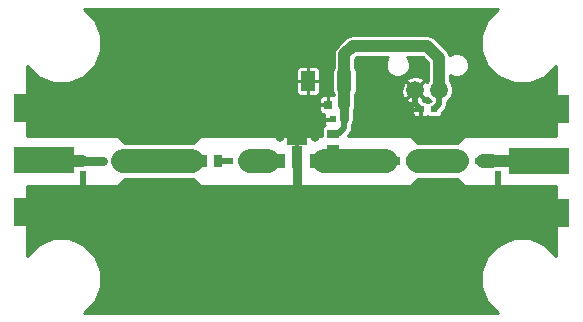
<source format=gtl>
G04 #@! TF.FileFunction,Copper,L1,Top,Signal*
%FSLAX46Y46*%
G04 Gerber Fmt 4.6, Leading zero omitted, Abs format (unit mm)*
G04 Created by KiCad (PCBNEW 0.201505031001+5637~23~ubuntu14.04.1-product) date Sun 24 May 2015 16:44:14 BST*
%MOMM*%
G01*
G04 APERTURE LIST*
%ADD10C,0.100000*%
%ADD11R,0.600000X0.600000*%
%ADD12R,0.700000X0.800000*%
%ADD13R,1.200000X1.700000*%
%ADD14R,0.500000X0.600000*%
%ADD15R,0.640000X1.020000*%
%ADD16R,1.020000X0.640000*%
%ADD17R,0.360000X0.660000*%
%ADD18C,1.500000*%
%ADD19R,0.600000X0.500000*%
%ADD20R,5.080000X2.286000*%
%ADD21R,5.080000X2.413000*%
%ADD22R,0.900000X1.900000*%
%ADD23R,0.900000X1.300000*%
%ADD24R,1.800000X3.500000*%
%ADD25C,0.300000*%
%ADD26C,0.800000*%
%ADD27C,2.000000*%
%ADD28C,0.500000*%
%ADD29C,0.300000*%
%ADD30C,1.000000*%
%ADD31C,0.800000*%
%ADD32C,1.200000*%
%ADD33C,0.250000*%
G04 APERTURE END LIST*
D10*
D11*
X123550000Y-87010000D03*
X122550000Y-87010000D03*
X127310000Y-88690000D03*
X127310000Y-87690000D03*
X143000000Y-83500000D03*
X142000000Y-83500000D03*
D12*
X143000000Y-82250000D03*
X141600000Y-82250000D03*
D11*
X151180000Y-88700000D03*
X151180000Y-87700000D03*
D13*
X143000000Y-80250000D03*
X139900000Y-80250000D03*
D11*
X153300000Y-87000000D03*
X154300000Y-87000000D03*
D14*
X120890000Y-87010000D03*
X120890000Y-88110000D03*
X156000000Y-87000000D03*
X156000000Y-88100000D03*
D15*
X132290000Y-87000000D03*
X131010000Y-87000000D03*
D16*
X142000000Y-86000000D03*
X142000000Y-84720000D03*
D17*
X148360000Y-87000000D03*
X147540000Y-87000000D03*
D18*
X149000000Y-81000000D03*
X151000000Y-81000000D03*
D19*
X134450000Y-87000000D03*
X133350000Y-87000000D03*
X150550000Y-82650000D03*
X149450000Y-82650000D03*
D20*
X159460000Y-87010000D03*
D21*
X159460000Y-82628500D03*
X159460000Y-91391500D03*
D20*
X117550000Y-86950000D03*
D21*
X117550000Y-91331500D03*
X117550000Y-82568500D03*
D22*
X139000000Y-86700000D03*
D23*
X137500000Y-87000000D03*
X140500000Y-87000000D03*
D24*
X139000000Y-84000000D03*
D25*
X139000000Y-86700000D03*
X139000000Y-87300000D03*
X139000000Y-86100000D03*
X139000000Y-85500000D03*
X139000000Y-84900000D03*
X139000000Y-84300000D03*
X139000000Y-83700000D03*
X139000000Y-83100000D03*
X139000000Y-82500000D03*
X139500000Y-85500000D03*
X139500000Y-84900000D03*
X139500000Y-84300000D03*
X139500000Y-83700000D03*
X139500000Y-83100000D03*
X138500000Y-83100000D03*
X138500000Y-83700000D03*
X138500000Y-84300000D03*
X138500000Y-84900000D03*
X138500000Y-85500000D03*
X138500000Y-82500000D03*
X139500000Y-82500000D03*
D26*
X140500000Y-83000000D03*
X137500000Y-83000000D03*
X138500000Y-82000000D03*
X155000000Y-82500000D03*
X145000000Y-82500000D03*
X137500000Y-84000000D03*
X140500000Y-84000000D03*
X137500000Y-82000000D03*
X140500000Y-82000000D03*
X139500000Y-82000000D03*
X137500000Y-85000000D03*
X140500000Y-85000000D03*
X118000000Y-90000000D03*
X120000000Y-90000000D03*
X122000000Y-90000000D03*
X124000000Y-90000000D03*
X126000000Y-90000000D03*
X128000000Y-90000000D03*
X130000000Y-90000000D03*
X132000000Y-90000000D03*
X134000000Y-90000000D03*
X136000000Y-90000000D03*
X138000000Y-90000000D03*
X140000000Y-90000000D03*
X142000000Y-90000000D03*
X144000000Y-90000000D03*
X146000000Y-90000000D03*
X148000000Y-90000000D03*
X150000000Y-90000000D03*
X152000000Y-90000000D03*
X154000000Y-90000000D03*
X156000000Y-90000000D03*
X158000000Y-90000000D03*
X160000000Y-90000000D03*
X136000000Y-84000000D03*
X134000000Y-84000000D03*
X132000000Y-84000000D03*
X130000000Y-84000000D03*
X128000000Y-84000000D03*
X126000000Y-84000000D03*
X124000000Y-84000000D03*
X122000000Y-84000000D03*
X120000000Y-84000000D03*
X118000000Y-84000000D03*
X144000000Y-84000000D03*
X146000000Y-84000000D03*
X148000000Y-84000000D03*
X150000000Y-84000000D03*
X152000000Y-84000000D03*
X154000000Y-84000000D03*
X156000000Y-84000000D03*
X158000000Y-84000000D03*
X160000000Y-84000000D03*
X122500000Y-82500000D03*
X127500000Y-82500000D03*
X132500000Y-82500000D03*
X132500000Y-77500000D03*
X127500000Y-77500000D03*
X122500000Y-92500000D03*
X127500000Y-92500000D03*
X132500000Y-92500000D03*
X137500000Y-92500000D03*
X142500000Y-92500000D03*
X147500000Y-92500000D03*
X152500000Y-92500000D03*
X127500000Y-97500000D03*
X132500000Y-97500000D03*
X137500000Y-97500000D03*
X142500000Y-97500000D03*
X147500000Y-97500000D03*
X152500000Y-97500000D03*
X137500000Y-77500000D03*
X154000000Y-77500000D03*
D27*
X124290000Y-87010000D02*
X124300000Y-87000000D01*
X127300000Y-87000000D02*
X129500000Y-87000000D01*
X124300000Y-87000000D02*
X127300000Y-87000000D01*
X129500000Y-87000000D02*
X129700000Y-87000000D01*
X129700000Y-87000000D02*
X129900000Y-87000000D01*
X129900000Y-87000000D02*
X130000000Y-87000000D01*
X130000000Y-87000000D02*
X130100000Y-87000000D01*
D28*
X130100000Y-87000000D02*
X131010000Y-87000000D01*
D29*
X123550000Y-87010000D02*
X124290000Y-87010000D01*
D28*
X127300000Y-87500000D02*
X127300000Y-87000000D01*
D30*
X117320000Y-87010000D02*
X120750000Y-87010000D01*
D31*
X120750000Y-87010000D02*
X122550000Y-87010000D01*
D29*
X139500000Y-84000000D02*
X140500000Y-83000000D01*
X137500000Y-83000000D02*
X138500000Y-84000000D01*
X138500000Y-82000000D02*
X139000000Y-82500000D01*
D28*
X159460000Y-82628500D02*
X155128500Y-82628500D01*
X155128500Y-82628500D02*
X155000000Y-82500000D01*
X145000000Y-84000000D02*
X145000000Y-82500000D01*
D29*
X139000000Y-86700000D02*
X139000000Y-84000000D01*
X139000000Y-84000000D02*
X137500000Y-84000000D01*
X139000000Y-84000000D02*
X140500000Y-84000000D01*
X139000000Y-83500000D02*
X137500000Y-82000000D01*
X139000000Y-83500000D02*
X140500000Y-82000000D01*
X139000000Y-84000000D02*
X139000000Y-83500000D01*
X139000000Y-82500000D02*
X139500000Y-82000000D01*
X139000000Y-84000000D02*
X139000000Y-82500000D01*
X138500000Y-84000000D02*
X137500000Y-85000000D01*
X139000000Y-84000000D02*
X138500000Y-84000000D01*
X139500000Y-84000000D02*
X140500000Y-85000000D01*
X139000000Y-84000000D02*
X139500000Y-84000000D01*
D28*
X120890000Y-91010000D02*
X120568500Y-91331500D01*
X120568500Y-91331500D02*
X117550000Y-91331500D01*
X120890000Y-88110000D02*
X120890000Y-91010000D01*
X156000000Y-90950000D02*
X156441500Y-91391500D01*
X156441500Y-91391500D02*
X159460000Y-91391500D01*
X156000000Y-88100000D02*
X156000000Y-90950000D01*
X149000000Y-82200000D02*
X149450000Y-82650000D01*
X149000000Y-81000000D02*
X149000000Y-82200000D01*
D31*
X139000000Y-86700000D02*
X139000000Y-89700000D01*
D28*
X159460000Y-90540000D02*
X159460000Y-91391500D01*
X120000000Y-90000000D02*
X122000000Y-90000000D01*
X124000000Y-90000000D02*
X126000000Y-90000000D01*
X128000000Y-90000000D02*
X130000000Y-90000000D01*
X132000000Y-90000000D02*
X134000000Y-90000000D01*
X136000000Y-90000000D02*
X138000000Y-90000000D01*
X140000000Y-90000000D02*
X142000000Y-90000000D01*
X144000000Y-90000000D02*
X146000000Y-90000000D01*
X148000000Y-90000000D02*
X150000000Y-90000000D01*
X152000000Y-90000000D02*
X154000000Y-90000000D01*
X156000000Y-90000000D02*
X158000000Y-90000000D01*
X160000000Y-90000000D02*
X159460000Y-90540000D01*
X117550000Y-90450000D02*
X118000000Y-90000000D01*
X117550000Y-91331500D02*
X117550000Y-90450000D01*
X132000000Y-84000000D02*
X134000000Y-84000000D01*
X128000000Y-84000000D02*
X130000000Y-84000000D01*
X124000000Y-84000000D02*
X126000000Y-84000000D01*
X120000000Y-84000000D02*
X122000000Y-84000000D01*
X117550000Y-83550000D02*
X118000000Y-84000000D01*
X117550000Y-82568500D02*
X117550000Y-83550000D01*
X146000000Y-84000000D02*
X145000000Y-84000000D01*
X145000000Y-84000000D02*
X144000000Y-84000000D01*
X150000000Y-84000000D02*
X148000000Y-84000000D01*
X154000000Y-84000000D02*
X152000000Y-84000000D01*
X158000000Y-84000000D02*
X156000000Y-84000000D01*
X159460000Y-83460000D02*
X160000000Y-84000000D01*
X159460000Y-82628500D02*
X159460000Y-83460000D01*
X122431500Y-82568500D02*
X122500000Y-82500000D01*
X127500000Y-82500000D02*
X132500000Y-82500000D01*
X132500000Y-77500000D02*
X127500000Y-77500000D01*
X117550000Y-82568500D02*
X122431500Y-82568500D01*
X121331500Y-91331500D02*
X122500000Y-92500000D01*
X127500000Y-92500000D02*
X132500000Y-92500000D01*
X137500000Y-92500000D02*
X142500000Y-92500000D01*
X147500000Y-92500000D02*
X152500000Y-92500000D01*
X117550000Y-91331500D02*
X121331500Y-91331500D01*
X132500000Y-97500000D02*
X137500000Y-97500000D01*
X142500000Y-97500000D02*
X147500000Y-97500000D01*
X127500000Y-92500000D02*
X127500000Y-97500000D01*
X132500000Y-77500000D02*
X137500000Y-77500000D01*
D29*
X154000000Y-84000000D02*
X154000000Y-77500000D01*
D28*
X143000000Y-83500000D02*
X143000000Y-84200000D01*
X143000000Y-84200000D02*
X142480000Y-84720000D01*
X142480000Y-84720000D02*
X142000000Y-84720000D01*
D31*
X143000000Y-82250000D02*
X143000000Y-83500000D01*
D30*
X143000000Y-80250000D02*
X143000000Y-82250000D01*
X150000000Y-77300000D02*
X143700000Y-77300000D01*
X151000000Y-78300000D02*
X150000000Y-77300000D01*
X151000000Y-81000000D02*
X151000000Y-78300000D01*
X143000000Y-78000000D02*
X143000000Y-80250000D01*
X143700000Y-77300000D02*
X143000000Y-78000000D01*
D28*
X151000000Y-82200000D02*
X150550000Y-82650000D01*
X151000000Y-81000000D02*
X151000000Y-82200000D01*
D27*
X151290000Y-87000000D02*
X152500000Y-87000000D01*
X149250000Y-87000000D02*
X151290000Y-87000000D01*
D29*
X152500000Y-87000000D02*
X153300000Y-87000000D01*
X148360000Y-87000000D02*
X149250000Y-87000000D01*
D28*
X151180000Y-87000000D02*
X151290000Y-87000000D01*
X151180000Y-87700000D02*
X151180000Y-87000000D01*
X159450000Y-87000000D02*
X159460000Y-87010000D01*
D30*
X156000000Y-87000000D02*
X159450000Y-87000000D01*
D32*
X154750000Y-87000000D02*
X155000000Y-87000000D01*
X155000000Y-87000000D02*
X155250000Y-87000000D01*
X155250000Y-87000000D02*
X155500000Y-87000000D01*
D30*
X155500000Y-87000000D02*
X156000000Y-87000000D01*
D28*
X154300000Y-87000000D02*
X154750000Y-87000000D01*
D27*
X135000000Y-87000000D02*
X136250000Y-87000000D01*
X136250000Y-87000000D02*
X136500000Y-87000000D01*
D28*
X136500000Y-87000000D02*
X137500000Y-87000000D01*
D31*
X134450000Y-87000000D02*
X135000000Y-87000000D01*
D28*
X142000000Y-86000000D02*
X142000000Y-87000000D01*
X142000000Y-87000000D02*
X142250000Y-87000000D01*
D27*
X142250000Y-87000000D02*
X141250000Y-87000000D01*
X146500000Y-87000000D02*
X142250000Y-87000000D01*
D28*
X141250000Y-87000000D02*
X140500000Y-87000000D01*
D29*
X147540000Y-87000000D02*
X146500000Y-87000000D01*
D28*
X132290000Y-87000000D02*
X133350000Y-87000000D01*
D33*
G36*
X160875000Y-84875000D02*
X153148223Y-84875000D01*
X152548223Y-85475000D01*
X149425000Y-85475000D01*
X149425000Y-83218750D01*
X149425000Y-82675000D01*
X148831250Y-82675000D01*
X148725000Y-82781250D01*
X148725000Y-82815462D01*
X148725000Y-82984538D01*
X148789702Y-83140743D01*
X148909257Y-83260298D01*
X149065462Y-83325000D01*
X149318750Y-83325000D01*
X149425000Y-83218750D01*
X149425000Y-85475000D01*
X149251777Y-85475000D01*
X148651777Y-84875000D01*
X143279594Y-84875000D01*
X143477297Y-84677297D01*
X143623619Y-84458312D01*
X143623619Y-84458311D01*
X143675000Y-84200000D01*
X143675000Y-84003850D01*
X143699819Y-83967082D01*
X143716440Y-83884199D01*
X143762201Y-83815714D01*
X143825000Y-83500000D01*
X143825000Y-82648265D01*
X143854589Y-82603982D01*
X143925000Y-82250000D01*
X143925000Y-81377923D01*
X143999819Y-81267082D01*
X144033326Y-81100000D01*
X144033326Y-79400000D01*
X144001884Y-79237949D01*
X143925000Y-79120905D01*
X143925000Y-78383147D01*
X144083147Y-78225000D01*
X146725343Y-78225000D01*
X146631554Y-78318626D01*
X146475178Y-78695220D01*
X146474822Y-79102991D01*
X146630541Y-79479857D01*
X146918626Y-79768446D01*
X147295220Y-79924822D01*
X147702991Y-79925178D01*
X148079857Y-79769459D01*
X148368446Y-79481374D01*
X148524822Y-79104780D01*
X148525178Y-78697009D01*
X148369459Y-78320143D01*
X148274482Y-78225000D01*
X149616852Y-78225000D01*
X150075000Y-78683147D01*
X150075000Y-80263133D01*
X150004464Y-80333547D01*
X150000948Y-80342012D01*
X149983702Y-80316200D01*
X149789473Y-80245882D01*
X149754118Y-80281237D01*
X149754118Y-80210527D01*
X149683800Y-80016298D01*
X149255302Y-79829499D01*
X148787937Y-79820898D01*
X148352857Y-79991805D01*
X148316200Y-80016298D01*
X148245882Y-80210527D01*
X149000000Y-80964645D01*
X149754118Y-80210527D01*
X149754118Y-80281237D01*
X149035355Y-81000000D01*
X149789473Y-81754118D01*
X149983702Y-81683800D01*
X149997813Y-81651430D01*
X150003302Y-81664715D01*
X150291744Y-81953661D01*
X150278732Y-81966674D01*
X150250000Y-81966674D01*
X150087949Y-81998116D01*
X150004182Y-82053141D01*
X149990743Y-82039702D01*
X149834538Y-81975000D01*
X149686950Y-81975000D01*
X149754118Y-81789473D01*
X149000000Y-81035355D01*
X148964645Y-81070710D01*
X148964645Y-81000000D01*
X148210527Y-80245882D01*
X148016298Y-80316200D01*
X147829499Y-80744698D01*
X147820898Y-81212063D01*
X147991805Y-81647143D01*
X148016298Y-81683800D01*
X148210527Y-81754118D01*
X148964645Y-81000000D01*
X148964645Y-81070710D01*
X148245882Y-81789473D01*
X148316200Y-81983702D01*
X148744698Y-82170501D01*
X148784739Y-82171237D01*
X148725000Y-82315462D01*
X148725000Y-82484538D01*
X148725000Y-82518750D01*
X148831250Y-82625000D01*
X149425000Y-82625000D01*
X149425000Y-82605000D01*
X149475000Y-82605000D01*
X149475000Y-82625000D01*
X149495000Y-82625000D01*
X149495000Y-82675000D01*
X149475000Y-82675000D01*
X149475000Y-83218750D01*
X149581250Y-83325000D01*
X149834538Y-83325000D01*
X149990743Y-83260298D01*
X150004293Y-83246747D01*
X150082918Y-83299819D01*
X150250000Y-83333326D01*
X150850000Y-83333326D01*
X151012051Y-83301884D01*
X151154479Y-83208325D01*
X151249819Y-83067082D01*
X151283326Y-82900000D01*
X151283326Y-82871268D01*
X151477297Y-82677297D01*
X151623619Y-82458312D01*
X151623619Y-82458311D01*
X151675000Y-82200000D01*
X151675000Y-81986430D01*
X151995536Y-81666453D01*
X152174796Y-81234747D01*
X152175204Y-80767303D01*
X151996698Y-80335285D01*
X151925000Y-80263461D01*
X151925000Y-79771092D01*
X152295220Y-79924822D01*
X152702991Y-79925178D01*
X153079857Y-79769459D01*
X153368446Y-79481374D01*
X153524822Y-79104780D01*
X153525178Y-78697009D01*
X153369459Y-78320143D01*
X153081374Y-78031554D01*
X152704780Y-77875178D01*
X152297009Y-77874822D01*
X151920143Y-78030541D01*
X151879476Y-78071136D01*
X151854589Y-77946018D01*
X151654074Y-77645927D01*
X151654074Y-77645926D01*
X151654070Y-77645923D01*
X150654074Y-76645926D01*
X150353983Y-76445411D01*
X150000000Y-76375000D01*
X143700000Y-76375000D01*
X143346018Y-76445411D01*
X143045926Y-76645926D01*
X143045923Y-76645929D01*
X142345926Y-77345926D01*
X142145411Y-77646017D01*
X142075000Y-78000000D01*
X142075000Y-79122076D01*
X142000181Y-79232918D01*
X141966674Y-79400000D01*
X141966674Y-81100000D01*
X141998116Y-81262051D01*
X142075000Y-81379094D01*
X142075000Y-81441759D01*
X142034538Y-81425000D01*
X141731250Y-81425000D01*
X141625000Y-81531250D01*
X141625000Y-82225000D01*
X141645000Y-82225000D01*
X141645000Y-82275000D01*
X141625000Y-82275000D01*
X141625000Y-82295000D01*
X141575000Y-82295000D01*
X141575000Y-82275000D01*
X141575000Y-82225000D01*
X141575000Y-81531250D01*
X141468750Y-81425000D01*
X141165462Y-81425000D01*
X141009257Y-81489702D01*
X140925000Y-81573959D01*
X140925000Y-81184538D01*
X140925000Y-81015462D01*
X140925000Y-80381250D01*
X140925000Y-80118750D01*
X140925000Y-79484538D01*
X140925000Y-79315462D01*
X140860298Y-79159257D01*
X140740743Y-79039702D01*
X140584538Y-78975000D01*
X140031250Y-78975000D01*
X139925000Y-79081250D01*
X139925000Y-80225000D01*
X140818750Y-80225000D01*
X140925000Y-80118750D01*
X140925000Y-80381250D01*
X140818750Y-80275000D01*
X139925000Y-80275000D01*
X139925000Y-81418750D01*
X140031250Y-81525000D01*
X140584538Y-81525000D01*
X140740743Y-81460298D01*
X140860298Y-81340743D01*
X140925000Y-81184538D01*
X140925000Y-81573959D01*
X140889702Y-81609257D01*
X140825000Y-81765462D01*
X140825000Y-81934538D01*
X140825000Y-82118750D01*
X140931250Y-82225000D01*
X141575000Y-82225000D01*
X141575000Y-82275000D01*
X140931250Y-82275000D01*
X140825000Y-82381250D01*
X140825000Y-82565462D01*
X140825000Y-82734538D01*
X140889702Y-82890743D01*
X141009257Y-83010298D01*
X141165462Y-83075000D01*
X141291759Y-83075000D01*
X141275000Y-83115462D01*
X141275000Y-83284538D01*
X141275000Y-83368750D01*
X141381250Y-83475000D01*
X141975000Y-83475000D01*
X141975000Y-83455000D01*
X142025000Y-83455000D01*
X142025000Y-83475000D01*
X142045000Y-83475000D01*
X142045000Y-83525000D01*
X142025000Y-83525000D01*
X142025000Y-83545000D01*
X141975000Y-83545000D01*
X141975000Y-83525000D01*
X141381250Y-83525000D01*
X141275000Y-83631250D01*
X141275000Y-83715462D01*
X141275000Y-83884538D01*
X141323308Y-84001164D01*
X141185521Y-84091675D01*
X141090181Y-84232918D01*
X141056674Y-84400000D01*
X141056674Y-84875000D01*
X139875000Y-84875000D01*
X139875000Y-81418750D01*
X139875000Y-80275000D01*
X139875000Y-80225000D01*
X139875000Y-79081250D01*
X139768750Y-78975000D01*
X139215462Y-78975000D01*
X139059257Y-79039702D01*
X138939702Y-79159257D01*
X138875000Y-79315462D01*
X138875000Y-79484538D01*
X138875000Y-80118750D01*
X138981250Y-80225000D01*
X139875000Y-80225000D01*
X139875000Y-80275000D01*
X138981250Y-80275000D01*
X138875000Y-80381250D01*
X138875000Y-81015462D01*
X138875000Y-81184538D01*
X138939702Y-81340743D01*
X139059257Y-81460298D01*
X139215462Y-81525000D01*
X139768750Y-81525000D01*
X139875000Y-81418750D01*
X139875000Y-84875000D01*
X130748223Y-84875000D01*
X130148223Y-85475000D01*
X124451777Y-85475000D01*
X123851777Y-84875000D01*
X116125000Y-84875000D01*
X116125000Y-78967891D01*
X117057360Y-79901881D01*
X118315736Y-80424404D01*
X119678286Y-80425593D01*
X120937572Y-79905267D01*
X121901881Y-78942640D01*
X122424404Y-77684264D01*
X122425593Y-76321714D01*
X121905267Y-75062428D01*
X120969474Y-74125000D01*
X156032108Y-74125000D01*
X155098119Y-75057360D01*
X154575596Y-76315736D01*
X154574407Y-77678286D01*
X155094733Y-78937572D01*
X156057360Y-79901881D01*
X157315736Y-80424404D01*
X158678286Y-80425593D01*
X159937572Y-79905267D01*
X160875000Y-78969474D01*
X160875000Y-84875000D01*
X160875000Y-84875000D01*
G37*
X160875000Y-84875000D02*
X153148223Y-84875000D01*
X152548223Y-85475000D01*
X149425000Y-85475000D01*
X149425000Y-83218750D01*
X149425000Y-82675000D01*
X148831250Y-82675000D01*
X148725000Y-82781250D01*
X148725000Y-82815462D01*
X148725000Y-82984538D01*
X148789702Y-83140743D01*
X148909257Y-83260298D01*
X149065462Y-83325000D01*
X149318750Y-83325000D01*
X149425000Y-83218750D01*
X149425000Y-85475000D01*
X149251777Y-85475000D01*
X148651777Y-84875000D01*
X143279594Y-84875000D01*
X143477297Y-84677297D01*
X143623619Y-84458312D01*
X143623619Y-84458311D01*
X143675000Y-84200000D01*
X143675000Y-84003850D01*
X143699819Y-83967082D01*
X143716440Y-83884199D01*
X143762201Y-83815714D01*
X143825000Y-83500000D01*
X143825000Y-82648265D01*
X143854589Y-82603982D01*
X143925000Y-82250000D01*
X143925000Y-81377923D01*
X143999819Y-81267082D01*
X144033326Y-81100000D01*
X144033326Y-79400000D01*
X144001884Y-79237949D01*
X143925000Y-79120905D01*
X143925000Y-78383147D01*
X144083147Y-78225000D01*
X146725343Y-78225000D01*
X146631554Y-78318626D01*
X146475178Y-78695220D01*
X146474822Y-79102991D01*
X146630541Y-79479857D01*
X146918626Y-79768446D01*
X147295220Y-79924822D01*
X147702991Y-79925178D01*
X148079857Y-79769459D01*
X148368446Y-79481374D01*
X148524822Y-79104780D01*
X148525178Y-78697009D01*
X148369459Y-78320143D01*
X148274482Y-78225000D01*
X149616852Y-78225000D01*
X150075000Y-78683147D01*
X150075000Y-80263133D01*
X150004464Y-80333547D01*
X150000948Y-80342012D01*
X149983702Y-80316200D01*
X149789473Y-80245882D01*
X149754118Y-80281237D01*
X149754118Y-80210527D01*
X149683800Y-80016298D01*
X149255302Y-79829499D01*
X148787937Y-79820898D01*
X148352857Y-79991805D01*
X148316200Y-80016298D01*
X148245882Y-80210527D01*
X149000000Y-80964645D01*
X149754118Y-80210527D01*
X149754118Y-80281237D01*
X149035355Y-81000000D01*
X149789473Y-81754118D01*
X149983702Y-81683800D01*
X149997813Y-81651430D01*
X150003302Y-81664715D01*
X150291744Y-81953661D01*
X150278732Y-81966674D01*
X150250000Y-81966674D01*
X150087949Y-81998116D01*
X150004182Y-82053141D01*
X149990743Y-82039702D01*
X149834538Y-81975000D01*
X149686950Y-81975000D01*
X149754118Y-81789473D01*
X149000000Y-81035355D01*
X148964645Y-81070710D01*
X148964645Y-81000000D01*
X148210527Y-80245882D01*
X148016298Y-80316200D01*
X147829499Y-80744698D01*
X147820898Y-81212063D01*
X147991805Y-81647143D01*
X148016298Y-81683800D01*
X148210527Y-81754118D01*
X148964645Y-81000000D01*
X148964645Y-81070710D01*
X148245882Y-81789473D01*
X148316200Y-81983702D01*
X148744698Y-82170501D01*
X148784739Y-82171237D01*
X148725000Y-82315462D01*
X148725000Y-82484538D01*
X148725000Y-82518750D01*
X148831250Y-82625000D01*
X149425000Y-82625000D01*
X149425000Y-82605000D01*
X149475000Y-82605000D01*
X149475000Y-82625000D01*
X149495000Y-82625000D01*
X149495000Y-82675000D01*
X149475000Y-82675000D01*
X149475000Y-83218750D01*
X149581250Y-83325000D01*
X149834538Y-83325000D01*
X149990743Y-83260298D01*
X150004293Y-83246747D01*
X150082918Y-83299819D01*
X150250000Y-83333326D01*
X150850000Y-83333326D01*
X151012051Y-83301884D01*
X151154479Y-83208325D01*
X151249819Y-83067082D01*
X151283326Y-82900000D01*
X151283326Y-82871268D01*
X151477297Y-82677297D01*
X151623619Y-82458312D01*
X151623619Y-82458311D01*
X151675000Y-82200000D01*
X151675000Y-81986430D01*
X151995536Y-81666453D01*
X152174796Y-81234747D01*
X152175204Y-80767303D01*
X151996698Y-80335285D01*
X151925000Y-80263461D01*
X151925000Y-79771092D01*
X152295220Y-79924822D01*
X152702991Y-79925178D01*
X153079857Y-79769459D01*
X153368446Y-79481374D01*
X153524822Y-79104780D01*
X153525178Y-78697009D01*
X153369459Y-78320143D01*
X153081374Y-78031554D01*
X152704780Y-77875178D01*
X152297009Y-77874822D01*
X151920143Y-78030541D01*
X151879476Y-78071136D01*
X151854589Y-77946018D01*
X151654074Y-77645927D01*
X151654074Y-77645926D01*
X151654070Y-77645923D01*
X150654074Y-76645926D01*
X150353983Y-76445411D01*
X150000000Y-76375000D01*
X143700000Y-76375000D01*
X143346018Y-76445411D01*
X143045926Y-76645926D01*
X143045923Y-76645929D01*
X142345926Y-77345926D01*
X142145411Y-77646017D01*
X142075000Y-78000000D01*
X142075000Y-79122076D01*
X142000181Y-79232918D01*
X141966674Y-79400000D01*
X141966674Y-81100000D01*
X141998116Y-81262051D01*
X142075000Y-81379094D01*
X142075000Y-81441759D01*
X142034538Y-81425000D01*
X141731250Y-81425000D01*
X141625000Y-81531250D01*
X141625000Y-82225000D01*
X141645000Y-82225000D01*
X141645000Y-82275000D01*
X141625000Y-82275000D01*
X141625000Y-82295000D01*
X141575000Y-82295000D01*
X141575000Y-82275000D01*
X141575000Y-82225000D01*
X141575000Y-81531250D01*
X141468750Y-81425000D01*
X141165462Y-81425000D01*
X141009257Y-81489702D01*
X140925000Y-81573959D01*
X140925000Y-81184538D01*
X140925000Y-81015462D01*
X140925000Y-80381250D01*
X140925000Y-80118750D01*
X140925000Y-79484538D01*
X140925000Y-79315462D01*
X140860298Y-79159257D01*
X140740743Y-79039702D01*
X140584538Y-78975000D01*
X140031250Y-78975000D01*
X139925000Y-79081250D01*
X139925000Y-80225000D01*
X140818750Y-80225000D01*
X140925000Y-80118750D01*
X140925000Y-80381250D01*
X140818750Y-80275000D01*
X139925000Y-80275000D01*
X139925000Y-81418750D01*
X140031250Y-81525000D01*
X140584538Y-81525000D01*
X140740743Y-81460298D01*
X140860298Y-81340743D01*
X140925000Y-81184538D01*
X140925000Y-81573959D01*
X140889702Y-81609257D01*
X140825000Y-81765462D01*
X140825000Y-81934538D01*
X140825000Y-82118750D01*
X140931250Y-82225000D01*
X141575000Y-82225000D01*
X141575000Y-82275000D01*
X140931250Y-82275000D01*
X140825000Y-82381250D01*
X140825000Y-82565462D01*
X140825000Y-82734538D01*
X140889702Y-82890743D01*
X141009257Y-83010298D01*
X141165462Y-83075000D01*
X141291759Y-83075000D01*
X141275000Y-83115462D01*
X141275000Y-83284538D01*
X141275000Y-83368750D01*
X141381250Y-83475000D01*
X141975000Y-83475000D01*
X141975000Y-83455000D01*
X142025000Y-83455000D01*
X142025000Y-83475000D01*
X142045000Y-83475000D01*
X142045000Y-83525000D01*
X142025000Y-83525000D01*
X142025000Y-83545000D01*
X141975000Y-83545000D01*
X141975000Y-83525000D01*
X141381250Y-83525000D01*
X141275000Y-83631250D01*
X141275000Y-83715462D01*
X141275000Y-83884538D01*
X141323308Y-84001164D01*
X141185521Y-84091675D01*
X141090181Y-84232918D01*
X141056674Y-84400000D01*
X141056674Y-84875000D01*
X139875000Y-84875000D01*
X139875000Y-81418750D01*
X139875000Y-80275000D01*
X139875000Y-80225000D01*
X139875000Y-79081250D01*
X139768750Y-78975000D01*
X139215462Y-78975000D01*
X139059257Y-79039702D01*
X138939702Y-79159257D01*
X138875000Y-79315462D01*
X138875000Y-79484538D01*
X138875000Y-80118750D01*
X138981250Y-80225000D01*
X139875000Y-80225000D01*
X139875000Y-80275000D01*
X138981250Y-80275000D01*
X138875000Y-80381250D01*
X138875000Y-81015462D01*
X138875000Y-81184538D01*
X138939702Y-81340743D01*
X139059257Y-81460298D01*
X139215462Y-81525000D01*
X139768750Y-81525000D01*
X139875000Y-81418750D01*
X139875000Y-84875000D01*
X130748223Y-84875000D01*
X130148223Y-85475000D01*
X124451777Y-85475000D01*
X123851777Y-84875000D01*
X116125000Y-84875000D01*
X116125000Y-78967891D01*
X117057360Y-79901881D01*
X118315736Y-80424404D01*
X119678286Y-80425593D01*
X120937572Y-79905267D01*
X121901881Y-78942640D01*
X122424404Y-77684264D01*
X122425593Y-76321714D01*
X121905267Y-75062428D01*
X120969474Y-74125000D01*
X156032108Y-74125000D01*
X155098119Y-75057360D01*
X154575596Y-76315736D01*
X154574407Y-77678286D01*
X155094733Y-78937572D01*
X156057360Y-79901881D01*
X157315736Y-80424404D01*
X158678286Y-80425593D01*
X159937572Y-79905267D01*
X160875000Y-78969474D01*
X160875000Y-84875000D01*
G36*
X160875000Y-95032108D02*
X159942640Y-94098119D01*
X158684264Y-93575596D01*
X157321714Y-93574407D01*
X156062428Y-94094733D01*
X155098119Y-95057360D01*
X154575596Y-96315736D01*
X154574407Y-97678286D01*
X155094733Y-98937572D01*
X156030525Y-99875000D01*
X120967891Y-99875000D01*
X121901881Y-98942640D01*
X122424404Y-97684264D01*
X122425593Y-96321714D01*
X121905267Y-95062428D01*
X120942640Y-94098119D01*
X119684264Y-93575596D01*
X118321714Y-93574407D01*
X117062428Y-94094733D01*
X116125000Y-95030525D01*
X116125000Y-89125000D01*
X123851777Y-89125000D01*
X124451777Y-88525000D01*
X130148223Y-88525000D01*
X130748223Y-89125000D01*
X148651777Y-89125000D01*
X149251777Y-88525000D01*
X152548223Y-88525000D01*
X153148223Y-89125000D01*
X160875000Y-89125000D01*
X160875000Y-95032108D01*
X160875000Y-95032108D01*
G37*
X160875000Y-95032108D02*
X159942640Y-94098119D01*
X158684264Y-93575596D01*
X157321714Y-93574407D01*
X156062428Y-94094733D01*
X155098119Y-95057360D01*
X154575596Y-96315736D01*
X154574407Y-97678286D01*
X155094733Y-98937572D01*
X156030525Y-99875000D01*
X120967891Y-99875000D01*
X121901881Y-98942640D01*
X122424404Y-97684264D01*
X122425593Y-96321714D01*
X121905267Y-95062428D01*
X120942640Y-94098119D01*
X119684264Y-93575596D01*
X118321714Y-93574407D01*
X117062428Y-94094733D01*
X116125000Y-95030525D01*
X116125000Y-89125000D01*
X123851777Y-89125000D01*
X124451777Y-88525000D01*
X130148223Y-88525000D01*
X130748223Y-89125000D01*
X148651777Y-89125000D01*
X149251777Y-88525000D01*
X152548223Y-88525000D01*
X153148223Y-89125000D01*
X160875000Y-89125000D01*
X160875000Y-95032108D01*
M02*

</source>
